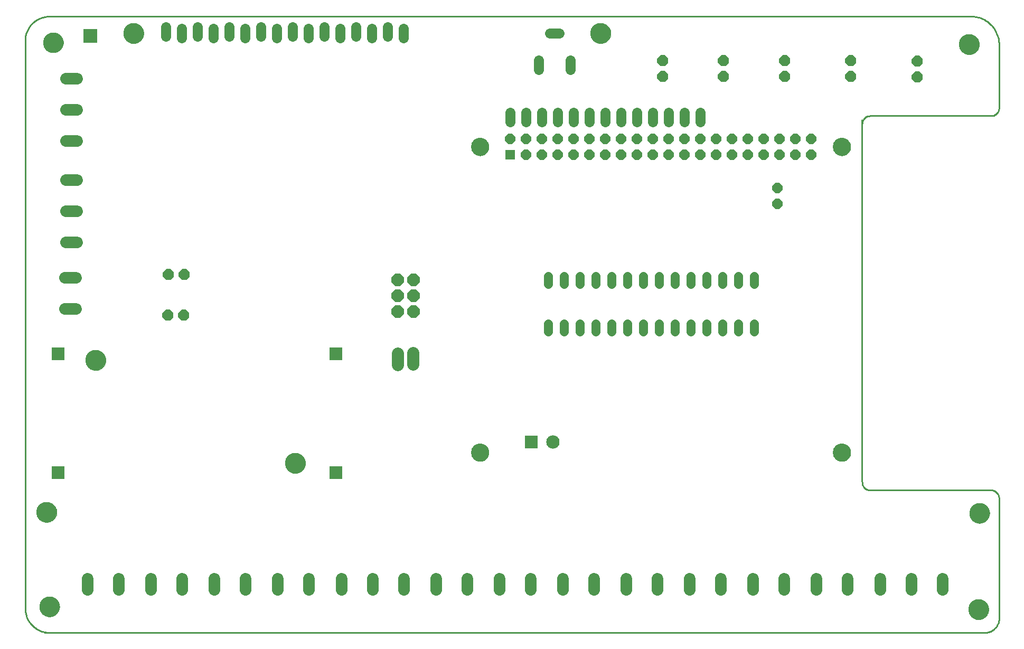
<source format=gbs>
G75*
G70*
%OFA0B0*%
%FSLAX24Y24*%
%IPPOS*%
%LPD*%
%AMOC8*
5,1,8,0,0,1.08239X$1,22.5*
%
%ADD10C,0.0000*%
%ADD11C,0.1142*%
%ADD12C,0.0100*%
%ADD13C,0.1300*%
%ADD14R,0.0640X0.0640*%
%ADD15OC8,0.0640*%
%ADD16C,0.0560*%
%ADD17OC8,0.0780*%
%ADD18C,0.0780*%
%ADD19C,0.0745*%
%ADD20R,0.0800X0.0800*%
%ADD21R,0.0840X0.0840*%
%ADD22C,0.0840*%
%ADD23OC8,0.0700*%
%ADD24C,0.0640*%
%ADD25R,0.0867X0.0867*%
D10*
X004156Y003369D02*
X004158Y003419D01*
X004164Y003469D01*
X004174Y003518D01*
X004188Y003566D01*
X004205Y003613D01*
X004226Y003658D01*
X004251Y003702D01*
X004279Y003743D01*
X004311Y003782D01*
X004345Y003819D01*
X004382Y003853D01*
X004422Y003883D01*
X004464Y003910D01*
X004508Y003934D01*
X004554Y003955D01*
X004601Y003971D01*
X004649Y003984D01*
X004699Y003993D01*
X004748Y003998D01*
X004799Y003999D01*
X004849Y003996D01*
X004898Y003989D01*
X004947Y003978D01*
X004995Y003963D01*
X005041Y003945D01*
X005086Y003923D01*
X005129Y003897D01*
X005170Y003868D01*
X005209Y003836D01*
X005245Y003801D01*
X005277Y003763D01*
X005307Y003723D01*
X005334Y003680D01*
X005357Y003636D01*
X005376Y003590D01*
X005392Y003542D01*
X005404Y003493D01*
X005412Y003444D01*
X005416Y003394D01*
X005416Y003344D01*
X005412Y003294D01*
X005404Y003245D01*
X005392Y003196D01*
X005376Y003148D01*
X005357Y003102D01*
X005334Y003058D01*
X005307Y003015D01*
X005277Y002975D01*
X005245Y002937D01*
X005209Y002902D01*
X005170Y002870D01*
X005129Y002841D01*
X005086Y002815D01*
X005041Y002793D01*
X004995Y002775D01*
X004947Y002760D01*
X004898Y002749D01*
X004849Y002742D01*
X004799Y002739D01*
X004748Y002740D01*
X004699Y002745D01*
X004649Y002754D01*
X004601Y002767D01*
X004554Y002783D01*
X004508Y002804D01*
X004464Y002828D01*
X004422Y002855D01*
X004382Y002885D01*
X004345Y002919D01*
X004311Y002956D01*
X004279Y002995D01*
X004251Y003036D01*
X004226Y003080D01*
X004205Y003125D01*
X004188Y003172D01*
X004174Y003220D01*
X004164Y003269D01*
X004158Y003319D01*
X004156Y003369D01*
X003979Y009334D02*
X003981Y009384D01*
X003987Y009434D01*
X003997Y009483D01*
X004011Y009531D01*
X004028Y009578D01*
X004049Y009623D01*
X004074Y009667D01*
X004102Y009708D01*
X004134Y009747D01*
X004168Y009784D01*
X004205Y009818D01*
X004245Y009848D01*
X004287Y009875D01*
X004331Y009899D01*
X004377Y009920D01*
X004424Y009936D01*
X004472Y009949D01*
X004522Y009958D01*
X004571Y009963D01*
X004622Y009964D01*
X004672Y009961D01*
X004721Y009954D01*
X004770Y009943D01*
X004818Y009928D01*
X004864Y009910D01*
X004909Y009888D01*
X004952Y009862D01*
X004993Y009833D01*
X005032Y009801D01*
X005068Y009766D01*
X005100Y009728D01*
X005130Y009688D01*
X005157Y009645D01*
X005180Y009601D01*
X005199Y009555D01*
X005215Y009507D01*
X005227Y009458D01*
X005235Y009409D01*
X005239Y009359D01*
X005239Y009309D01*
X005235Y009259D01*
X005227Y009210D01*
X005215Y009161D01*
X005199Y009113D01*
X005180Y009067D01*
X005157Y009023D01*
X005130Y008980D01*
X005100Y008940D01*
X005068Y008902D01*
X005032Y008867D01*
X004993Y008835D01*
X004952Y008806D01*
X004909Y008780D01*
X004864Y008758D01*
X004818Y008740D01*
X004770Y008725D01*
X004721Y008714D01*
X004672Y008707D01*
X004622Y008704D01*
X004571Y008705D01*
X004522Y008710D01*
X004472Y008719D01*
X004424Y008732D01*
X004377Y008748D01*
X004331Y008769D01*
X004287Y008793D01*
X004245Y008820D01*
X004205Y008850D01*
X004168Y008884D01*
X004134Y008921D01*
X004102Y008960D01*
X004074Y009001D01*
X004049Y009045D01*
X004028Y009090D01*
X004011Y009137D01*
X003997Y009185D01*
X003987Y009234D01*
X003981Y009284D01*
X003979Y009334D01*
X007070Y018920D02*
X007072Y018970D01*
X007078Y019020D01*
X007088Y019069D01*
X007102Y019117D01*
X007119Y019164D01*
X007140Y019209D01*
X007165Y019253D01*
X007193Y019294D01*
X007225Y019333D01*
X007259Y019370D01*
X007296Y019404D01*
X007336Y019434D01*
X007378Y019461D01*
X007422Y019485D01*
X007468Y019506D01*
X007515Y019522D01*
X007563Y019535D01*
X007613Y019544D01*
X007662Y019549D01*
X007713Y019550D01*
X007763Y019547D01*
X007812Y019540D01*
X007861Y019529D01*
X007909Y019514D01*
X007955Y019496D01*
X008000Y019474D01*
X008043Y019448D01*
X008084Y019419D01*
X008123Y019387D01*
X008159Y019352D01*
X008191Y019314D01*
X008221Y019274D01*
X008248Y019231D01*
X008271Y019187D01*
X008290Y019141D01*
X008306Y019093D01*
X008318Y019044D01*
X008326Y018995D01*
X008330Y018945D01*
X008330Y018895D01*
X008326Y018845D01*
X008318Y018796D01*
X008306Y018747D01*
X008290Y018699D01*
X008271Y018653D01*
X008248Y018609D01*
X008221Y018566D01*
X008191Y018526D01*
X008159Y018488D01*
X008123Y018453D01*
X008084Y018421D01*
X008043Y018392D01*
X008000Y018366D01*
X007955Y018344D01*
X007909Y018326D01*
X007861Y018311D01*
X007812Y018300D01*
X007763Y018293D01*
X007713Y018290D01*
X007662Y018291D01*
X007613Y018296D01*
X007563Y018305D01*
X007515Y018318D01*
X007468Y018334D01*
X007422Y018355D01*
X007378Y018379D01*
X007336Y018406D01*
X007296Y018436D01*
X007259Y018470D01*
X007225Y018507D01*
X007193Y018546D01*
X007165Y018587D01*
X007140Y018631D01*
X007119Y018676D01*
X007102Y018723D01*
X007088Y018771D01*
X007078Y018820D01*
X007072Y018870D01*
X007070Y018920D01*
X019668Y012424D02*
X019670Y012474D01*
X019676Y012524D01*
X019686Y012573D01*
X019700Y012621D01*
X019717Y012668D01*
X019738Y012713D01*
X019763Y012757D01*
X019791Y012798D01*
X019823Y012837D01*
X019857Y012874D01*
X019894Y012908D01*
X019934Y012938D01*
X019976Y012965D01*
X020020Y012989D01*
X020066Y013010D01*
X020113Y013026D01*
X020161Y013039D01*
X020211Y013048D01*
X020260Y013053D01*
X020311Y013054D01*
X020361Y013051D01*
X020410Y013044D01*
X020459Y013033D01*
X020507Y013018D01*
X020553Y013000D01*
X020598Y012978D01*
X020641Y012952D01*
X020682Y012923D01*
X020721Y012891D01*
X020757Y012856D01*
X020789Y012818D01*
X020819Y012778D01*
X020846Y012735D01*
X020869Y012691D01*
X020888Y012645D01*
X020904Y012597D01*
X020916Y012548D01*
X020924Y012499D01*
X020928Y012449D01*
X020928Y012399D01*
X020924Y012349D01*
X020916Y012300D01*
X020904Y012251D01*
X020888Y012203D01*
X020869Y012157D01*
X020846Y012113D01*
X020819Y012070D01*
X020789Y012030D01*
X020757Y011992D01*
X020721Y011957D01*
X020682Y011925D01*
X020641Y011896D01*
X020598Y011870D01*
X020553Y011848D01*
X020507Y011830D01*
X020459Y011815D01*
X020410Y011804D01*
X020361Y011797D01*
X020311Y011794D01*
X020260Y011795D01*
X020211Y011800D01*
X020161Y011809D01*
X020113Y011822D01*
X020066Y011838D01*
X020020Y011859D01*
X019976Y011883D01*
X019934Y011910D01*
X019894Y011940D01*
X019857Y011974D01*
X019823Y012011D01*
X019791Y012050D01*
X019763Y012091D01*
X019738Y012135D01*
X019717Y012180D01*
X019700Y012227D01*
X019686Y012275D01*
X019676Y012324D01*
X019670Y012374D01*
X019668Y012424D01*
X031410Y013105D02*
X031412Y013152D01*
X031418Y013198D01*
X031428Y013244D01*
X031441Y013289D01*
X031459Y013332D01*
X031480Y013374D01*
X031504Y013414D01*
X031532Y013451D01*
X031563Y013486D01*
X031597Y013519D01*
X031633Y013548D01*
X031672Y013574D01*
X031713Y013597D01*
X031756Y013616D01*
X031800Y013632D01*
X031845Y013644D01*
X031891Y013652D01*
X031938Y013656D01*
X031984Y013656D01*
X032031Y013652D01*
X032077Y013644D01*
X032122Y013632D01*
X032166Y013616D01*
X032209Y013597D01*
X032250Y013574D01*
X032289Y013548D01*
X032325Y013519D01*
X032359Y013486D01*
X032390Y013451D01*
X032418Y013414D01*
X032442Y013374D01*
X032463Y013332D01*
X032481Y013289D01*
X032494Y013244D01*
X032504Y013198D01*
X032510Y013152D01*
X032512Y013105D01*
X032510Y013058D01*
X032504Y013012D01*
X032494Y012966D01*
X032481Y012921D01*
X032463Y012878D01*
X032442Y012836D01*
X032418Y012796D01*
X032390Y012759D01*
X032359Y012724D01*
X032325Y012691D01*
X032289Y012662D01*
X032250Y012636D01*
X032209Y012613D01*
X032166Y012594D01*
X032122Y012578D01*
X032077Y012566D01*
X032031Y012558D01*
X031984Y012554D01*
X031938Y012554D01*
X031891Y012558D01*
X031845Y012566D01*
X031800Y012578D01*
X031756Y012594D01*
X031713Y012613D01*
X031672Y012636D01*
X031633Y012662D01*
X031597Y012691D01*
X031563Y012724D01*
X031532Y012759D01*
X031504Y012796D01*
X031480Y012836D01*
X031459Y012878D01*
X031441Y012921D01*
X031428Y012966D01*
X031418Y013012D01*
X031412Y013058D01*
X031410Y013105D01*
X054245Y013105D02*
X054247Y013152D01*
X054253Y013198D01*
X054263Y013244D01*
X054276Y013289D01*
X054294Y013332D01*
X054315Y013374D01*
X054339Y013414D01*
X054367Y013451D01*
X054398Y013486D01*
X054432Y013519D01*
X054468Y013548D01*
X054507Y013574D01*
X054548Y013597D01*
X054591Y013616D01*
X054635Y013632D01*
X054680Y013644D01*
X054726Y013652D01*
X054773Y013656D01*
X054819Y013656D01*
X054866Y013652D01*
X054912Y013644D01*
X054957Y013632D01*
X055001Y013616D01*
X055044Y013597D01*
X055085Y013574D01*
X055124Y013548D01*
X055160Y013519D01*
X055194Y013486D01*
X055225Y013451D01*
X055253Y013414D01*
X055277Y013374D01*
X055298Y013332D01*
X055316Y013289D01*
X055329Y013244D01*
X055339Y013198D01*
X055345Y013152D01*
X055347Y013105D01*
X055345Y013058D01*
X055339Y013012D01*
X055329Y012966D01*
X055316Y012921D01*
X055298Y012878D01*
X055277Y012836D01*
X055253Y012796D01*
X055225Y012759D01*
X055194Y012724D01*
X055160Y012691D01*
X055124Y012662D01*
X055085Y012636D01*
X055044Y012613D01*
X055001Y012594D01*
X054957Y012578D01*
X054912Y012566D01*
X054866Y012558D01*
X054819Y012554D01*
X054773Y012554D01*
X054726Y012558D01*
X054680Y012566D01*
X054635Y012578D01*
X054591Y012594D01*
X054548Y012613D01*
X054507Y012636D01*
X054468Y012662D01*
X054432Y012691D01*
X054398Y012724D01*
X054367Y012759D01*
X054339Y012796D01*
X054315Y012836D01*
X054294Y012878D01*
X054276Y012921D01*
X054263Y012966D01*
X054253Y013012D01*
X054247Y013058D01*
X054245Y013105D01*
X062857Y009274D02*
X062859Y009324D01*
X062865Y009374D01*
X062875Y009423D01*
X062889Y009471D01*
X062906Y009518D01*
X062927Y009563D01*
X062952Y009607D01*
X062980Y009648D01*
X063012Y009687D01*
X063046Y009724D01*
X063083Y009758D01*
X063123Y009788D01*
X063165Y009815D01*
X063209Y009839D01*
X063255Y009860D01*
X063302Y009876D01*
X063350Y009889D01*
X063400Y009898D01*
X063449Y009903D01*
X063500Y009904D01*
X063550Y009901D01*
X063599Y009894D01*
X063648Y009883D01*
X063696Y009868D01*
X063742Y009850D01*
X063787Y009828D01*
X063830Y009802D01*
X063871Y009773D01*
X063910Y009741D01*
X063946Y009706D01*
X063978Y009668D01*
X064008Y009628D01*
X064035Y009585D01*
X064058Y009541D01*
X064077Y009495D01*
X064093Y009447D01*
X064105Y009398D01*
X064113Y009349D01*
X064117Y009299D01*
X064117Y009249D01*
X064113Y009199D01*
X064105Y009150D01*
X064093Y009101D01*
X064077Y009053D01*
X064058Y009007D01*
X064035Y008963D01*
X064008Y008920D01*
X063978Y008880D01*
X063946Y008842D01*
X063910Y008807D01*
X063871Y008775D01*
X063830Y008746D01*
X063787Y008720D01*
X063742Y008698D01*
X063696Y008680D01*
X063648Y008665D01*
X063599Y008654D01*
X063550Y008647D01*
X063500Y008644D01*
X063449Y008645D01*
X063400Y008650D01*
X063350Y008659D01*
X063302Y008672D01*
X063255Y008688D01*
X063209Y008709D01*
X063165Y008733D01*
X063123Y008760D01*
X063083Y008790D01*
X063046Y008824D01*
X063012Y008861D01*
X062980Y008900D01*
X062952Y008941D01*
X062927Y008985D01*
X062906Y009030D01*
X062889Y009077D01*
X062875Y009125D01*
X062865Y009174D01*
X062859Y009224D01*
X062857Y009274D01*
X062798Y003192D02*
X062800Y003242D01*
X062806Y003292D01*
X062816Y003341D01*
X062830Y003389D01*
X062847Y003436D01*
X062868Y003481D01*
X062893Y003525D01*
X062921Y003566D01*
X062953Y003605D01*
X062987Y003642D01*
X063024Y003676D01*
X063064Y003706D01*
X063106Y003733D01*
X063150Y003757D01*
X063196Y003778D01*
X063243Y003794D01*
X063291Y003807D01*
X063341Y003816D01*
X063390Y003821D01*
X063441Y003822D01*
X063491Y003819D01*
X063540Y003812D01*
X063589Y003801D01*
X063637Y003786D01*
X063683Y003768D01*
X063728Y003746D01*
X063771Y003720D01*
X063812Y003691D01*
X063851Y003659D01*
X063887Y003624D01*
X063919Y003586D01*
X063949Y003546D01*
X063976Y003503D01*
X063999Y003459D01*
X064018Y003413D01*
X064034Y003365D01*
X064046Y003316D01*
X064054Y003267D01*
X064058Y003217D01*
X064058Y003167D01*
X064054Y003117D01*
X064046Y003068D01*
X064034Y003019D01*
X064018Y002971D01*
X063999Y002925D01*
X063976Y002881D01*
X063949Y002838D01*
X063919Y002798D01*
X063887Y002760D01*
X063851Y002725D01*
X063812Y002693D01*
X063771Y002664D01*
X063728Y002638D01*
X063683Y002616D01*
X063637Y002598D01*
X063589Y002583D01*
X063540Y002572D01*
X063491Y002565D01*
X063441Y002562D01*
X063390Y002563D01*
X063341Y002568D01*
X063291Y002577D01*
X063243Y002590D01*
X063196Y002606D01*
X063150Y002627D01*
X063106Y002651D01*
X063064Y002678D01*
X063024Y002708D01*
X062987Y002742D01*
X062953Y002779D01*
X062921Y002818D01*
X062893Y002859D01*
X062868Y002903D01*
X062847Y002948D01*
X062830Y002995D01*
X062816Y003043D01*
X062806Y003092D01*
X062800Y003142D01*
X062798Y003192D01*
X054245Y032397D02*
X054247Y032444D01*
X054253Y032490D01*
X054263Y032536D01*
X054276Y032581D01*
X054294Y032624D01*
X054315Y032666D01*
X054339Y032706D01*
X054367Y032743D01*
X054398Y032778D01*
X054432Y032811D01*
X054468Y032840D01*
X054507Y032866D01*
X054548Y032889D01*
X054591Y032908D01*
X054635Y032924D01*
X054680Y032936D01*
X054726Y032944D01*
X054773Y032948D01*
X054819Y032948D01*
X054866Y032944D01*
X054912Y032936D01*
X054957Y032924D01*
X055001Y032908D01*
X055044Y032889D01*
X055085Y032866D01*
X055124Y032840D01*
X055160Y032811D01*
X055194Y032778D01*
X055225Y032743D01*
X055253Y032706D01*
X055277Y032666D01*
X055298Y032624D01*
X055316Y032581D01*
X055329Y032536D01*
X055339Y032490D01*
X055345Y032444D01*
X055347Y032397D01*
X055345Y032350D01*
X055339Y032304D01*
X055329Y032258D01*
X055316Y032213D01*
X055298Y032170D01*
X055277Y032128D01*
X055253Y032088D01*
X055225Y032051D01*
X055194Y032016D01*
X055160Y031983D01*
X055124Y031954D01*
X055085Y031928D01*
X055044Y031905D01*
X055001Y031886D01*
X054957Y031870D01*
X054912Y031858D01*
X054866Y031850D01*
X054819Y031846D01*
X054773Y031846D01*
X054726Y031850D01*
X054680Y031858D01*
X054635Y031870D01*
X054591Y031886D01*
X054548Y031905D01*
X054507Y031928D01*
X054468Y031954D01*
X054432Y031983D01*
X054398Y032016D01*
X054367Y032051D01*
X054339Y032088D01*
X054315Y032128D01*
X054294Y032170D01*
X054276Y032213D01*
X054263Y032258D01*
X054253Y032304D01*
X054247Y032350D01*
X054245Y032397D01*
X062207Y038861D02*
X062209Y038911D01*
X062215Y038961D01*
X062225Y039010D01*
X062239Y039058D01*
X062256Y039105D01*
X062277Y039150D01*
X062302Y039194D01*
X062330Y039235D01*
X062362Y039274D01*
X062396Y039311D01*
X062433Y039345D01*
X062473Y039375D01*
X062515Y039402D01*
X062559Y039426D01*
X062605Y039447D01*
X062652Y039463D01*
X062700Y039476D01*
X062750Y039485D01*
X062799Y039490D01*
X062850Y039491D01*
X062900Y039488D01*
X062949Y039481D01*
X062998Y039470D01*
X063046Y039455D01*
X063092Y039437D01*
X063137Y039415D01*
X063180Y039389D01*
X063221Y039360D01*
X063260Y039328D01*
X063296Y039293D01*
X063328Y039255D01*
X063358Y039215D01*
X063385Y039172D01*
X063408Y039128D01*
X063427Y039082D01*
X063443Y039034D01*
X063455Y038985D01*
X063463Y038936D01*
X063467Y038886D01*
X063467Y038836D01*
X063463Y038786D01*
X063455Y038737D01*
X063443Y038688D01*
X063427Y038640D01*
X063408Y038594D01*
X063385Y038550D01*
X063358Y038507D01*
X063328Y038467D01*
X063296Y038429D01*
X063260Y038394D01*
X063221Y038362D01*
X063180Y038333D01*
X063137Y038307D01*
X063092Y038285D01*
X063046Y038267D01*
X062998Y038252D01*
X062949Y038241D01*
X062900Y038234D01*
X062850Y038231D01*
X062799Y038232D01*
X062750Y038237D01*
X062700Y038246D01*
X062652Y038259D01*
X062605Y038275D01*
X062559Y038296D01*
X062515Y038320D01*
X062473Y038347D01*
X062433Y038377D01*
X062396Y038411D01*
X062362Y038448D01*
X062330Y038487D01*
X062302Y038528D01*
X062277Y038572D01*
X062256Y038617D01*
X062239Y038664D01*
X062225Y038712D01*
X062215Y038761D01*
X062209Y038811D01*
X062207Y038861D01*
X038951Y039560D02*
X038953Y039610D01*
X038959Y039660D01*
X038969Y039709D01*
X038983Y039757D01*
X039000Y039804D01*
X039021Y039849D01*
X039046Y039893D01*
X039074Y039934D01*
X039106Y039973D01*
X039140Y040010D01*
X039177Y040044D01*
X039217Y040074D01*
X039259Y040101D01*
X039303Y040125D01*
X039349Y040146D01*
X039396Y040162D01*
X039444Y040175D01*
X039494Y040184D01*
X039543Y040189D01*
X039594Y040190D01*
X039644Y040187D01*
X039693Y040180D01*
X039742Y040169D01*
X039790Y040154D01*
X039836Y040136D01*
X039881Y040114D01*
X039924Y040088D01*
X039965Y040059D01*
X040004Y040027D01*
X040040Y039992D01*
X040072Y039954D01*
X040102Y039914D01*
X040129Y039871D01*
X040152Y039827D01*
X040171Y039781D01*
X040187Y039733D01*
X040199Y039684D01*
X040207Y039635D01*
X040211Y039585D01*
X040211Y039535D01*
X040207Y039485D01*
X040199Y039436D01*
X040187Y039387D01*
X040171Y039339D01*
X040152Y039293D01*
X040129Y039249D01*
X040102Y039206D01*
X040072Y039166D01*
X040040Y039128D01*
X040004Y039093D01*
X039965Y039061D01*
X039924Y039032D01*
X039881Y039006D01*
X039836Y038984D01*
X039790Y038966D01*
X039742Y038951D01*
X039693Y038940D01*
X039644Y038933D01*
X039594Y038930D01*
X039543Y038931D01*
X039494Y038936D01*
X039444Y038945D01*
X039396Y038958D01*
X039349Y038974D01*
X039303Y038995D01*
X039259Y039019D01*
X039217Y039046D01*
X039177Y039076D01*
X039140Y039110D01*
X039106Y039147D01*
X039074Y039186D01*
X039046Y039227D01*
X039021Y039271D01*
X039000Y039316D01*
X038983Y039363D01*
X038969Y039411D01*
X038959Y039460D01*
X038953Y039510D01*
X038951Y039560D01*
X031410Y032397D02*
X031412Y032444D01*
X031418Y032490D01*
X031428Y032536D01*
X031441Y032581D01*
X031459Y032624D01*
X031480Y032666D01*
X031504Y032706D01*
X031532Y032743D01*
X031563Y032778D01*
X031597Y032811D01*
X031633Y032840D01*
X031672Y032866D01*
X031713Y032889D01*
X031756Y032908D01*
X031800Y032924D01*
X031845Y032936D01*
X031891Y032944D01*
X031938Y032948D01*
X031984Y032948D01*
X032031Y032944D01*
X032077Y032936D01*
X032122Y032924D01*
X032166Y032908D01*
X032209Y032889D01*
X032250Y032866D01*
X032289Y032840D01*
X032325Y032811D01*
X032359Y032778D01*
X032390Y032743D01*
X032418Y032706D01*
X032442Y032666D01*
X032463Y032624D01*
X032481Y032581D01*
X032494Y032536D01*
X032504Y032490D01*
X032510Y032444D01*
X032512Y032397D01*
X032510Y032350D01*
X032504Y032304D01*
X032494Y032258D01*
X032481Y032213D01*
X032463Y032170D01*
X032442Y032128D01*
X032418Y032088D01*
X032390Y032051D01*
X032359Y032016D01*
X032325Y031983D01*
X032289Y031954D01*
X032250Y031928D01*
X032209Y031905D01*
X032166Y031886D01*
X032122Y031870D01*
X032077Y031858D01*
X032031Y031850D01*
X031984Y031846D01*
X031938Y031846D01*
X031891Y031850D01*
X031845Y031858D01*
X031800Y031870D01*
X031756Y031886D01*
X031713Y031905D01*
X031672Y031928D01*
X031633Y031954D01*
X031597Y031983D01*
X031563Y032016D01*
X031532Y032051D01*
X031504Y032088D01*
X031480Y032128D01*
X031459Y032170D01*
X031441Y032213D01*
X031428Y032258D01*
X031418Y032304D01*
X031412Y032350D01*
X031410Y032397D01*
X009463Y039556D02*
X009465Y039606D01*
X009471Y039656D01*
X009481Y039705D01*
X009495Y039753D01*
X009512Y039800D01*
X009533Y039845D01*
X009558Y039889D01*
X009586Y039930D01*
X009618Y039969D01*
X009652Y040006D01*
X009689Y040040D01*
X009729Y040070D01*
X009771Y040097D01*
X009815Y040121D01*
X009861Y040142D01*
X009908Y040158D01*
X009956Y040171D01*
X010006Y040180D01*
X010055Y040185D01*
X010106Y040186D01*
X010156Y040183D01*
X010205Y040176D01*
X010254Y040165D01*
X010302Y040150D01*
X010348Y040132D01*
X010393Y040110D01*
X010436Y040084D01*
X010477Y040055D01*
X010516Y040023D01*
X010552Y039988D01*
X010584Y039950D01*
X010614Y039910D01*
X010641Y039867D01*
X010664Y039823D01*
X010683Y039777D01*
X010699Y039729D01*
X010711Y039680D01*
X010719Y039631D01*
X010723Y039581D01*
X010723Y039531D01*
X010719Y039481D01*
X010711Y039432D01*
X010699Y039383D01*
X010683Y039335D01*
X010664Y039289D01*
X010641Y039245D01*
X010614Y039202D01*
X010584Y039162D01*
X010552Y039124D01*
X010516Y039089D01*
X010477Y039057D01*
X010436Y039028D01*
X010393Y039002D01*
X010348Y038980D01*
X010302Y038962D01*
X010254Y038947D01*
X010205Y038936D01*
X010156Y038929D01*
X010106Y038926D01*
X010055Y038927D01*
X010006Y038932D01*
X009956Y038941D01*
X009908Y038954D01*
X009861Y038970D01*
X009815Y038991D01*
X009771Y039015D01*
X009729Y039042D01*
X009689Y039072D01*
X009652Y039106D01*
X009618Y039143D01*
X009586Y039182D01*
X009558Y039223D01*
X009533Y039267D01*
X009512Y039312D01*
X009495Y039359D01*
X009481Y039407D01*
X009471Y039456D01*
X009465Y039506D01*
X009463Y039556D01*
X004393Y038979D02*
X004395Y039029D01*
X004401Y039079D01*
X004411Y039128D01*
X004425Y039176D01*
X004442Y039223D01*
X004463Y039268D01*
X004488Y039312D01*
X004516Y039353D01*
X004548Y039392D01*
X004582Y039429D01*
X004619Y039463D01*
X004659Y039493D01*
X004701Y039520D01*
X004745Y039544D01*
X004791Y039565D01*
X004838Y039581D01*
X004886Y039594D01*
X004936Y039603D01*
X004985Y039608D01*
X005036Y039609D01*
X005086Y039606D01*
X005135Y039599D01*
X005184Y039588D01*
X005232Y039573D01*
X005278Y039555D01*
X005323Y039533D01*
X005366Y039507D01*
X005407Y039478D01*
X005446Y039446D01*
X005482Y039411D01*
X005514Y039373D01*
X005544Y039333D01*
X005571Y039290D01*
X005594Y039246D01*
X005613Y039200D01*
X005629Y039152D01*
X005641Y039103D01*
X005649Y039054D01*
X005653Y039004D01*
X005653Y038954D01*
X005649Y038904D01*
X005641Y038855D01*
X005629Y038806D01*
X005613Y038758D01*
X005594Y038712D01*
X005571Y038668D01*
X005544Y038625D01*
X005514Y038585D01*
X005482Y038547D01*
X005446Y038512D01*
X005407Y038480D01*
X005366Y038451D01*
X005323Y038425D01*
X005278Y038403D01*
X005232Y038385D01*
X005184Y038370D01*
X005135Y038359D01*
X005086Y038352D01*
X005036Y038349D01*
X004985Y038350D01*
X004936Y038355D01*
X004886Y038364D01*
X004838Y038377D01*
X004791Y038393D01*
X004745Y038414D01*
X004701Y038438D01*
X004659Y038465D01*
X004619Y038495D01*
X004582Y038529D01*
X004548Y038566D01*
X004516Y038605D01*
X004488Y038646D01*
X004463Y038690D01*
X004442Y038735D01*
X004425Y038782D01*
X004411Y038830D01*
X004401Y038879D01*
X004395Y038929D01*
X004393Y038979D01*
D11*
X031961Y032397D03*
X054796Y032397D03*
X054796Y013105D03*
X031961Y013105D03*
D12*
X040956Y001743D02*
X004456Y001743D01*
X004837Y001722D02*
X063855Y001722D01*
X063855Y001723D02*
X063913Y001728D01*
X063971Y001737D01*
X064028Y001750D01*
X064085Y001766D01*
X064140Y001786D01*
X064194Y001809D01*
X064246Y001836D01*
X064296Y001865D01*
X064345Y001898D01*
X064391Y001934D01*
X064435Y001973D01*
X064476Y002015D01*
X064515Y002059D01*
X064551Y002105D01*
X064584Y002154D01*
X064613Y002204D01*
X064640Y002256D01*
X064663Y002310D01*
X064683Y002365D01*
X064699Y002422D01*
X064711Y002479D01*
X064720Y002537D01*
X064725Y002595D01*
X064727Y002654D01*
X064725Y002712D01*
X064719Y002771D01*
X064719Y002764D02*
X064719Y010222D01*
X064717Y010266D01*
X064711Y010309D01*
X064702Y010351D01*
X064689Y010393D01*
X064672Y010433D01*
X064652Y010472D01*
X064629Y010509D01*
X064602Y010543D01*
X064573Y010576D01*
X064540Y010605D01*
X064506Y010632D01*
X064469Y010655D01*
X064430Y010675D01*
X064390Y010692D01*
X064348Y010705D01*
X064306Y010714D01*
X064263Y010720D01*
X064219Y010722D01*
X056584Y010722D01*
X056540Y010724D01*
X056497Y010730D01*
X056455Y010739D01*
X056413Y010752D01*
X056373Y010769D01*
X056334Y010789D01*
X056297Y010812D01*
X056263Y010839D01*
X056230Y010868D01*
X056201Y010901D01*
X056174Y010935D01*
X056151Y010972D01*
X056131Y011011D01*
X056114Y011051D01*
X056101Y011093D01*
X056092Y011135D01*
X056086Y011178D01*
X056084Y011222D01*
X056080Y011258D02*
X056080Y034092D01*
X056084Y033847D02*
X056086Y033891D01*
X056092Y033934D01*
X056101Y033976D01*
X056114Y034018D01*
X056131Y034058D01*
X056151Y034097D01*
X056174Y034134D01*
X056201Y034168D01*
X056230Y034201D01*
X056263Y034230D01*
X056297Y034257D01*
X056334Y034280D01*
X056373Y034300D01*
X056413Y034317D01*
X056455Y034330D01*
X056497Y034339D01*
X056540Y034345D01*
X056584Y034347D01*
X064219Y034347D01*
X064263Y034349D01*
X064306Y034355D01*
X064348Y034364D01*
X064390Y034377D01*
X064430Y034394D01*
X064469Y034414D01*
X064506Y034437D01*
X064540Y034464D01*
X064573Y034493D01*
X064602Y034526D01*
X064629Y034560D01*
X064652Y034597D01*
X064672Y034636D01*
X064689Y034676D01*
X064702Y034718D01*
X064711Y034760D01*
X064717Y034803D01*
X064719Y034847D01*
X064719Y038875D01*
X064720Y038874D02*
X064717Y038960D01*
X064709Y039046D01*
X064697Y039131D01*
X064682Y039216D01*
X064662Y039300D01*
X064638Y039383D01*
X064611Y039464D01*
X064579Y039544D01*
X064543Y039622D01*
X064504Y039699D01*
X064461Y039774D01*
X064415Y039846D01*
X064365Y039916D01*
X064312Y039984D01*
X064255Y040049D01*
X064196Y040111D01*
X064134Y040170D01*
X064068Y040227D01*
X064001Y040280D01*
X063930Y040329D01*
X063858Y040375D01*
X063783Y040418D01*
X063706Y040457D01*
X063628Y040492D01*
X063548Y040524D01*
X063466Y040551D01*
X063383Y040574D01*
X063299Y040594D01*
X063215Y040609D01*
X063129Y040621D01*
X063044Y040628D01*
X062958Y040631D01*
X062872Y040630D01*
X062786Y040624D01*
X062785Y040625D02*
X004765Y040625D01*
X004690Y040623D01*
X004615Y040618D01*
X004540Y040608D01*
X004466Y040595D01*
X004393Y040579D01*
X004321Y040558D01*
X004249Y040534D01*
X004179Y040507D01*
X004111Y040476D01*
X004044Y040442D01*
X003979Y040404D01*
X003916Y040364D01*
X003854Y040320D01*
X003796Y040273D01*
X003739Y040223D01*
X003685Y040171D01*
X003634Y040116D01*
X003586Y040058D01*
X003540Y039999D01*
X003498Y039937D01*
X003458Y039873D01*
X003422Y039807D01*
X003389Y039739D01*
X003360Y039670D01*
X003334Y039599D01*
X003312Y039527D01*
X003293Y039455D01*
X003278Y039381D01*
X003266Y039307D01*
X003259Y039232D01*
X003255Y039157D01*
X003254Y039082D01*
X003258Y039006D01*
X003258Y039002D02*
X003258Y003354D01*
X003257Y003355D02*
X003255Y003277D01*
X003257Y003200D01*
X003262Y003123D01*
X003272Y003046D01*
X003285Y002970D01*
X003302Y002895D01*
X003323Y002821D01*
X003347Y002747D01*
X003375Y002675D01*
X003407Y002605D01*
X003442Y002536D01*
X003480Y002469D01*
X003522Y002404D01*
X003567Y002341D01*
X003614Y002281D01*
X003665Y002223D01*
X003719Y002167D01*
X003775Y002114D01*
X003834Y002065D01*
X003896Y002018D01*
X003959Y001974D01*
X004025Y001933D01*
X004093Y001896D01*
X004162Y001862D01*
X004233Y001832D01*
X004306Y001805D01*
X004379Y001782D01*
X004454Y001763D01*
X004530Y001747D01*
X004606Y001735D01*
X004683Y001727D01*
X004760Y001723D01*
X004837Y001722D01*
D13*
X004786Y003369D03*
X004609Y009334D03*
X007700Y018920D03*
X020298Y012424D03*
X005023Y038979D03*
X010093Y039556D03*
X039581Y039560D03*
X062837Y038861D03*
X063487Y009274D03*
X063428Y003192D03*
D14*
X033879Y031897D03*
D15*
X033879Y032897D03*
X034879Y032897D03*
X035879Y032897D03*
X036879Y032897D03*
X037879Y032897D03*
X038879Y032897D03*
X039879Y032897D03*
X040879Y032897D03*
X041879Y032897D03*
X042879Y032897D03*
X043879Y032897D03*
X044879Y032897D03*
X045879Y032897D03*
X046879Y032897D03*
X047879Y032897D03*
X048879Y032897D03*
X049879Y032897D03*
X050879Y032897D03*
X051879Y032897D03*
X052879Y032897D03*
X052879Y031897D03*
X051879Y031897D03*
X050879Y031897D03*
X049879Y031897D03*
X048879Y031897D03*
X047879Y031897D03*
X046879Y031897D03*
X045879Y031897D03*
X044879Y031897D03*
X043879Y031897D03*
X042879Y031897D03*
X041879Y031897D03*
X040879Y031897D03*
X039879Y031897D03*
X038879Y031897D03*
X037879Y031897D03*
X036879Y031897D03*
X035879Y031897D03*
X034879Y031897D03*
X050726Y029808D03*
X050726Y028808D03*
D16*
X049271Y024237D02*
X049271Y023717D01*
X048271Y023717D02*
X048271Y024237D01*
X047271Y024237D02*
X047271Y023717D01*
X046271Y023717D02*
X046271Y024237D01*
X045271Y024237D02*
X045271Y023717D01*
X044271Y023717D02*
X044271Y024237D01*
X043271Y024237D02*
X043271Y023717D01*
X042271Y023717D02*
X042271Y024237D01*
X041271Y024237D02*
X041271Y023717D01*
X040271Y023717D02*
X040271Y024237D01*
X039271Y024237D02*
X039271Y023717D01*
X038271Y023717D02*
X038271Y024237D01*
X037271Y024237D02*
X037271Y023717D01*
X036271Y023717D02*
X036271Y024237D01*
X036271Y021237D02*
X036271Y020717D01*
X037271Y020717D02*
X037271Y021237D01*
X038271Y021237D02*
X038271Y020717D01*
X039271Y020717D02*
X039271Y021237D01*
X040271Y021237D02*
X040271Y020717D01*
X041271Y020717D02*
X041271Y021237D01*
X042271Y021237D02*
X042271Y020717D01*
X043271Y020717D02*
X043271Y021237D01*
X044271Y021237D02*
X044271Y020717D01*
X045271Y020717D02*
X045271Y021237D01*
X046271Y021237D02*
X046271Y020717D01*
X047271Y020717D02*
X047271Y021237D01*
X048271Y021237D02*
X048271Y020717D01*
X049271Y020717D02*
X049271Y021237D01*
D17*
X027765Y021981D03*
X026765Y021981D03*
X026765Y022981D03*
X027765Y022981D03*
X027765Y023981D03*
X026765Y023981D03*
D18*
X026751Y019378D02*
X026751Y018638D01*
X027734Y018657D02*
X027734Y019397D01*
D19*
X006470Y022168D02*
X005765Y022168D01*
X005765Y024137D02*
X006470Y024137D01*
X006545Y026365D02*
X005840Y026365D01*
X005840Y028334D02*
X006545Y028334D01*
X006545Y030302D02*
X005840Y030302D01*
X005840Y032767D02*
X006545Y032767D01*
X006545Y034735D02*
X005840Y034735D01*
X005840Y036704D02*
X006545Y036704D01*
X007200Y005136D02*
X007200Y004431D01*
X009168Y004431D02*
X009168Y005136D01*
X011200Y005136D02*
X011200Y004431D01*
X013168Y004431D02*
X013168Y005136D01*
X015200Y005136D02*
X015200Y004431D01*
X017168Y004431D02*
X017168Y005136D01*
X019200Y005136D02*
X019200Y004431D01*
X021168Y004431D02*
X021168Y005136D01*
X023225Y005133D02*
X023225Y004428D01*
X025194Y004428D02*
X025194Y005133D01*
X027162Y005133D02*
X027162Y004428D01*
X029210Y004436D02*
X029210Y005141D01*
X031178Y005141D02*
X031178Y004436D01*
X033210Y004436D02*
X033210Y005141D01*
X035178Y005141D02*
X035178Y004436D01*
X037210Y004436D02*
X037210Y005141D01*
X039178Y005141D02*
X039178Y004436D01*
X041210Y004436D02*
X041210Y005141D01*
X043178Y005141D02*
X043178Y004436D01*
X045210Y004436D02*
X045210Y005141D01*
X047178Y005141D02*
X047178Y004436D01*
X049210Y004436D02*
X049210Y005141D01*
X051178Y005141D02*
X051178Y004436D01*
X053210Y004436D02*
X053210Y005141D01*
X055178Y005141D02*
X055178Y004436D01*
X057225Y004428D02*
X057225Y005133D01*
X059194Y005133D02*
X059194Y004428D01*
X061162Y004428D02*
X061162Y005133D01*
D20*
X022857Y011834D03*
X022857Y019314D03*
X005337Y019314D03*
X005337Y011834D03*
D21*
X035200Y013763D03*
D22*
X036578Y013763D03*
D23*
X013271Y021763D03*
X012271Y021763D03*
X012294Y024321D03*
X013294Y024321D03*
X043510Y036844D03*
X043510Y037844D03*
X047330Y037837D03*
X047330Y036837D03*
X051184Y036822D03*
X051184Y037822D03*
X055359Y037831D03*
X055359Y036831D03*
X059556Y036804D03*
X059556Y037804D03*
D24*
X045865Y034555D02*
X045865Y033955D01*
X044865Y033955D02*
X044865Y034555D01*
X043865Y034555D02*
X043865Y033955D01*
X042865Y033955D02*
X042865Y034555D01*
X041865Y034555D02*
X041865Y033955D01*
X040865Y033955D02*
X040865Y034555D01*
X039865Y034555D02*
X039865Y033955D01*
X038865Y033955D02*
X038865Y034555D01*
X037865Y034555D02*
X037865Y033955D01*
X036865Y033955D02*
X036865Y034555D01*
X035865Y034555D02*
X035865Y033955D01*
X034865Y033955D02*
X034865Y034555D01*
X033865Y034555D02*
X033865Y033955D01*
X035675Y037251D02*
X035675Y037851D01*
X037675Y037851D02*
X037675Y037251D01*
X036975Y039551D02*
X036375Y039551D01*
X027115Y039247D02*
X027115Y039847D01*
X026115Y039947D02*
X026115Y039347D01*
X025115Y039247D02*
X025115Y039847D01*
X024115Y039947D02*
X024115Y039347D01*
X023115Y039247D02*
X023115Y039847D01*
X022115Y039947D02*
X022115Y039347D01*
X021115Y039247D02*
X021115Y039847D01*
X020115Y039947D02*
X020115Y039347D01*
X019115Y039247D02*
X019115Y039847D01*
X018115Y039947D02*
X018115Y039347D01*
X017115Y039247D02*
X017115Y039847D01*
X016115Y039947D02*
X016115Y039347D01*
X015115Y039247D02*
X015115Y039847D01*
X014115Y039947D02*
X014115Y039347D01*
X013115Y039247D02*
X013115Y039847D01*
X012115Y039947D02*
X012115Y039347D01*
D25*
X007360Y039413D03*
M02*

</source>
